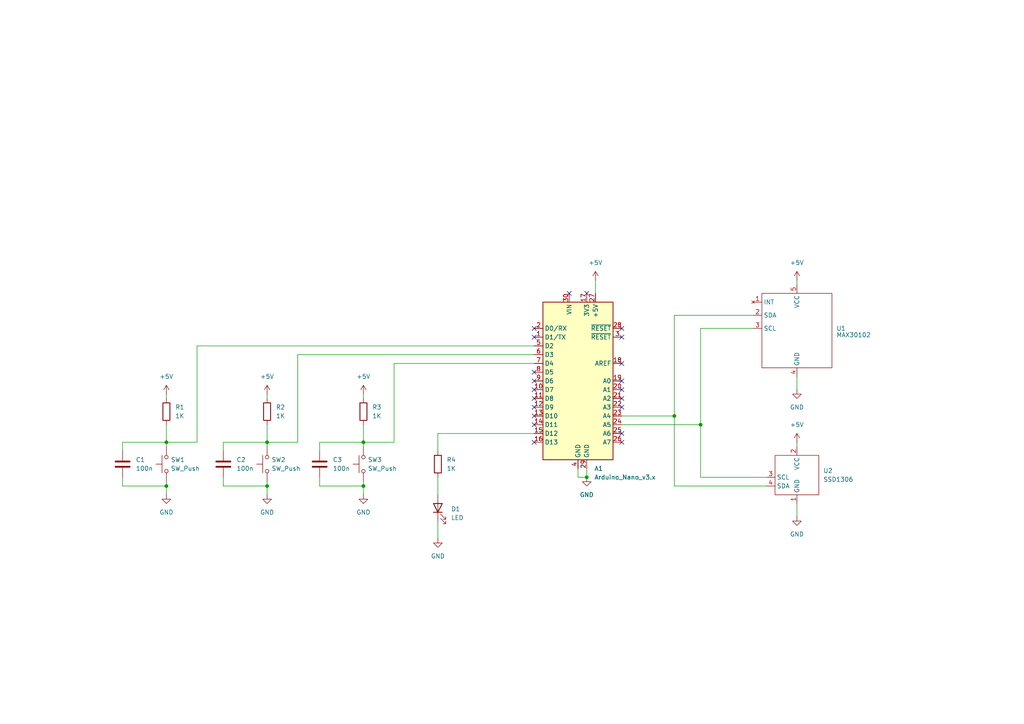
<source format=kicad_sch>
(kicad_sch (version 20231120) (generator "eeschema") (generator_version "8.0")
  (paper "A4")
  (lib_symbols
    (symbol "Device:C" (pin_numbers hide) (pin_names (offset 0.254))
      (property "Reference" "C" (at 0.635 2.54 0))
      (property "Value" "C" (at 0.635 -2.54 0))
      (symbol "C_0_1"
        (polyline (pts (xy -2.032 -0.762) (xy 2.032 -0.762)) (stroke (width 0.508)))
        (polyline (pts (xy -2.032 0.762) (xy 2.032 0.762)) (stroke (width 0.508)))
      )
      (symbol "C_1_1"
        (pin passive line (at 0 3.81 270) (length 2.794) (name "~") (number "1"))
        (pin passive line (at 0 -3.81 90) (length 2.794) (name "~") (number "2"))
      )
    )
    (symbol "Device:LED" (pin_numbers hide) (pin_names (offset 1.016) hide)
      (property "Reference" "D" (at 0 2.54 0))
      (property "Value" "LED" (at 0 -2.54 0))
      (symbol "LED_0_1"
        (polyline (pts (xy -1.27 -1.27) (xy -1.27 1.27)) (stroke (width 0.254)))
        (polyline (pts (xy -1.27 0) (xy 1.27 0)))
        (polyline (pts (xy 1.27 -1.27) (xy 1.27 1.27) (xy -1.27 0) (xy 1.27 -1.27)) (stroke (width 0.254)))
        (polyline (pts (xy -3.048 -0.762) (xy -4.572 -2.286) (xy -3.81 -2.286) (xy -4.572 -2.286) (xy -4.572 -1.524)))
        (polyline (pts (xy -1.778 -0.762) (xy -3.302 -2.286) (xy -2.54 -2.286) (xy -3.302 -2.286) (xy -3.302 -1.524)))
      )
      (symbol "LED_1_1"
        (pin passive line (at -3.81 0 0) (length 2.54) (name "K") (number "1"))
        (pin passive line (at 3.81 0 180) (length 2.54) (name "A") (number "2"))
      )
    )
    (symbol "Device:R" (pin_numbers hide) (pin_names (offset 0))
      (property "Reference" "R" (at 2.032 0 90))
      (property "Value" "R" (at 0 0 90))
      (symbol "R_0_1"
        (rectangle (start -1.016 -2.54) (end 1.016 2.54) (stroke (width 0.254)))
      )
      (symbol "R_1_1"
        (pin passive line (at 0 3.81 270) (length 1.27) (name "~") (number "1"))
        (pin passive line (at 0 -3.81 90) (length 1.27) (name "~") (number "2"))
      )
    )
    (symbol "MCU_Module:Arduino_Nano_v3.x"
      (property "Reference" "A" (at -10.16 23.495 0))
      (property "Value" "Arduino_Nano_v3.x" (at 5.08 -24.13 0))
      (symbol "Arduino_Nano_v3.x_0_1"
        (rectangle (start -10.16 22.86) (end 10.16 -22.86) (stroke (width 0.254)) (fill (type background)))
      )
      (symbol "Arduino_Nano_v3.x_1_1"
        (pin bidirectional line (at -12.7 12.7 0) (length 2.54) (name "D1/TX") (number "1"))
        (pin bidirectional line (at -12.7 -2.54 0) (length 2.54) (name "D7") (number "10"))
        (pin bidirectional line (at -12.7 -5.08 0) (length 2.54) (name "D8") (number "11"))
        (pin bidirectional line (at -12.7 -7.62 0) (length 2.54) (name "D9") (number "12"))
        (pin bidirectional line (at -12.7 -10.16 0) (length 2.54) (name "D10") (number "13"))
        (pin bidirectional line (at -12.7 -12.7 0) (length 2.54) (name "D11") (number "14"))
        (pin bidirectional line (at -12.7 -15.24 0) (length 2.54) (name "D12") (number "15"))
        (pin bidirectional line (at -12.7 -17.78 0) (length 2.54) (name "D13") (number "16"))
        (pin power_out line (at 2.54 25.4 270) (length 2.54) (name "3V3") (number "17"))
        (pin input line (at 12.7 5.08 180) (length 2.54) (name "AREF") (number "18"))
        (pin bidirectional line (at 12.7 0 180) (length 2.54) (name "A0") (number "19"))
        (pin bidirectional line (at -12.7 15.24 0) (length 2.54) (name "D0/RX") (number "2"))
        (pin bidirectional line (at 12.7 -2.54 180) (length 2.54) (name "A1") (number "20"))
        (pin bidirectional line (at 12.7 -5.08 180) (length 2.54) (name "A2") (number "21"))
        (pin bidirectional line (at 12.7 -7.62 180) (length 2.54) (name "A3") (number "22"))
        (pin bidirectional line (at 12.7 -10.16 180) (length 2.54) (name "A4") (number "23"))
        (pin bidirectional line (at 12.7 -12.7 180) (length 2.54) (name "A5") (number "24"))
        (pin bidirectional line (at 12.7 -15.24 180) (length 2.54) (name "A6") (number "25"))
        (pin bidirectional line (at 12.7 -17.78 180) (length 2.54) (name "A7") (number "26"))
        (pin power_out line (at 5.08 25.4 270) (length 2.54) (name "+5V") (number "27"))
        (pin input line (at 12.7 15.24 180) (length 2.54) (name "~{RESET}") (number "28"))
        (pin power_in line (at 2.54 -25.4 90) (length 2.54) (name "GND") (number "29"))
        (pin input line (at 12.7 12.7 180) (length 2.54) (name "~{RESET}") (number "3"))
        (pin power_in line (at -2.54 25.4 270) (length 2.54) (name "VIN") (number "30"))
        (pin power_in line (at 0 -25.4 90) (length 2.54) (name "GND") (number "4"))
        (pin bidirectional line (at -12.7 10.16 0) (length 2.54) (name "D2") (number "5"))
        (pin bidirectional line (at -12.7 7.62 0) (length 2.54) (name "D3") (number "6"))
        (pin bidirectional line (at -12.7 5.08 0) (length 2.54) (name "D4") (number "7"))
        (pin bidirectional line (at -12.7 2.54 0) (length 2.54) (name "D5") (number "8"))
        (pin bidirectional line (at -12.7 0 0) (length 2.54) (name "D6") (number "9"))
      )
    )
    (symbol "Switch:SW_Push" (pin_numbers hide) (pin_names (offset 1.016) hide)
      (property "Reference" "SW" (at 1.27 2.54 0))
      (property "Value" "SW_Push" (at 0 -1.524 0))
      (symbol "SW_Push_0_1"
        (circle (center -2.032 0) (radius 0.508))
        (polyline (pts (xy 0 1.27) (xy 0 3.048)))
        (polyline (pts (xy 2.54 1.27) (xy -2.54 1.27)))
        (circle (center 2.032 0) (radius 0.508))
        (pin passive line (at -5.08 0 0) (length 2.54) (name "1") (number "1"))
        (pin passive line (at 5.08 0 180) (length 2.54) (name "2") (number "2"))
      )
    )
    (symbol "power:+5V" (power) (pin_numbers hide) (pin_names (offset 0) hide)
      (property "Value" "+5V" (at 0 3.556 0))
      (symbol "+5V_0_1"
        (polyline (pts (xy -0.762 1.27) (xy 0 2.54)))
        (polyline (pts (xy 0 0) (xy 0 2.54)))
        (polyline (pts (xy 0 2.54) (xy 0.762 1.27)))
      )
      (symbol "+5V_1_1"
        (pin power_in line (at 0 0 90) (length 0) (name "~") (number "1"))
      )
    )
    (symbol "power:GND" (power) (pin_numbers hide) (pin_names (offset 0) hide)
      (property "Value" "GND" (at 0 -3.81 0))
      (symbol "GND_0_1"
        (polyline (pts (xy 0 0) (xy 0 -1.27) (xy 1.27 -1.27) (xy 0 -2.54) (xy -1.27 -1.27) (xy 0 -1.27)))
      )
      (symbol "GND_1_1"
        (pin power_in line (at 0 0 270) (length 0) (name "~") (number "1"))
      )
    )
    (symbol "stuff:SSD1306"
      (property "Reference" "U" (at 0 0 0))
      (property "Value" "SSD1306" (at 11.684 -0.254 0))
      (symbol "SSD1306_0_1"
        (rectangle (start -6.35 5.08) (end 6.35 -6.35))
      )
      (symbol "SSD1306_1_1"
        (pin power_in line (at 0 -8.89 90) (length 2.54) (name "GND") (number "1"))
        (pin power_in line (at 0 7.62 270) (length 2.54) (name "VCC") (number "2"))
        (pin input line (at -8.89 -1.27 0) (length 2.54) (name "SCL") (number "3"))
        (pin bidirectional line (at -8.89 -3.81 0) (length 2.54) (name "SDA") (number "4"))
      )
    )
    (symbol "stuff:max30102_module"
      (property "Reference" "U" (at 0 0 0))
      (property "Value" "MAX30102" (at 16.002 0 0))
      (symbol "max30102_module_0_1"
        (rectangle (start -10.16 10.16) (end 10.16 -11.43))
      )
      (symbol "max30102_module_1_1"
        (pin no_connect line (at -12.7 7.62 0) (length 2.54) (name "INT") (number "1"))
        (pin bidirectional line (at -12.7 3.81 0) (length 2.54) (name "SDA") (number "2"))
        (pin input line (at -12.7 0 0) (length 2.54) (name "SCL") (number "3"))
        (pin power_in line (at 0 -13.97 90) (length 2.54) (name "GND") (number "4"))
        (pin power_in line (at 0 12.7 270) (length 2.54) (name "VCC") (number "5"))
      )
    )
  )
  (junction (at 195.58 120.65))
  (junction (at 48.26 128.27))
  (junction (at 105.41 128.27))
  (junction (at 170.18 138.43))
  (junction (at 48.26 140.97))
  (junction (at 203.2 123.19))
  (junction (at 105.41 140.97))
  (junction (at 77.47 128.27))
  (junction (at 77.47 140.97))
  (no_connect (at 180.34 118.11))
  (no_connect (at 180.34 110.49))
  (no_connect (at 154.94 115.57))
  (no_connect (at 154.94 110.49))
  (no_connect (at 154.94 123.19))
  (no_connect (at 170.18 85.09))
  (no_connect (at 180.34 115.57))
  (no_connect (at 154.94 118.11))
  (no_connect (at 180.34 113.03))
  (no_connect (at 154.94 107.95))
  (no_connect (at 165.1 85.09))
  (no_connect (at 154.94 95.25))
  (no_connect (at 154.94 97.79))
  (no_connect (at 180.34 128.27))
  (no_connect (at 154.94 120.65))
  (no_connect (at 180.34 95.25))
  (no_connect (at 154.94 113.03))
  (no_connect (at 154.94 128.27))
  (no_connect (at 180.34 97.79))
  (no_connect (at 180.34 105.41))
  (no_connect (at 180.34 125.73))
  (wire (pts (xy 48.26 139.7) (xy 48.26 140.97)))
  (wire (pts (xy 105.41 139.7) (xy 105.41 140.97)))
  (wire (pts (xy 180.34 123.19) (xy 203.2 123.19)))
  (wire (pts (xy 105.41 128.27) (xy 105.41 129.54)))
  (wire (pts (xy 127 130.81) (xy 127 125.73)))
  (wire (pts (xy 105.41 114.3) (xy 105.41 115.57)))
  (wire (pts (xy 77.47 128.27) (xy 77.47 129.54)))
  (wire (pts (xy 92.71 128.27) (xy 105.41 128.27)))
  (wire (pts (xy 231.14 146.05) (xy 231.14 149.86)))
  (wire (pts (xy 77.47 140.97) (xy 77.47 143.51)))
  (wire (pts (xy 48.26 114.3) (xy 48.26 115.57)))
  (wire (pts (xy 231.14 81.28) (xy 231.14 82.55)))
  (wire (pts (xy 105.41 140.97) (xy 105.41 143.51)))
  (wire (pts (xy 57.15 100.33) (xy 154.94 100.33)))
  (wire (pts (xy 231.14 109.22) (xy 231.14 113.03)))
  (wire (pts (xy 92.71 138.43) (xy 92.71 140.97)))
  (wire (pts (xy 48.26 128.27) (xy 57.15 128.27)))
  (wire (pts (xy 127 125.73) (xy 154.94 125.73)))
  (wire (pts (xy 48.26 123.19) (xy 48.26 128.27)))
  (wire (pts (xy 170.18 135.89) (xy 170.18 138.43)))
  (wire (pts (xy 127 138.43) (xy 127 143.51)))
  (wire (pts (xy 105.41 123.19) (xy 105.41 128.27)))
  (wire (pts (xy 64.77 138.43) (xy 64.77 140.97)))
  (wire (pts (xy 86.36 128.27) (xy 86.36 102.87)))
  (wire (pts (xy 48.26 128.27) (xy 48.26 129.54)))
  (wire (pts (xy 195.58 140.97) (xy 222.25 140.97)))
  (wire (pts (xy 231.14 128.27) (xy 231.14 129.54)))
  (wire (pts (xy 172.72 81.28) (xy 172.72 85.09)))
  (wire (pts (xy 77.47 128.27) (xy 86.36 128.27)))
  (wire (pts (xy 57.15 128.27) (xy 57.15 100.33)))
  (wire (pts (xy 203.2 138.43) (xy 222.25 138.43)))
  (wire (pts (xy 203.2 95.25) (xy 203.2 123.19)))
  (wire (pts (xy 203.2 123.19) (xy 203.2 138.43)))
  (wire (pts (xy 195.58 120.65) (xy 195.58 140.97)))
  (wire (pts (xy 77.47 114.3) (xy 77.47 115.57)))
  (wire (pts (xy 35.56 130.81) (xy 35.56 128.27)))
  (wire (pts (xy 48.26 140.97) (xy 48.26 143.51)))
  (wire (pts (xy 218.44 95.25) (xy 203.2 95.25)))
  (wire (pts (xy 105.41 128.27) (xy 114.3 128.27)))
  (wire (pts (xy 92.71 140.97) (xy 105.41 140.97)))
  (wire (pts (xy 127 151.13) (xy 127 156.21)))
  (wire (pts (xy 77.47 139.7) (xy 77.47 140.97)))
  (wire (pts (xy 92.71 130.81) (xy 92.71 128.27)))
  (wire (pts (xy 35.56 140.97) (xy 48.26 140.97)))
  (wire (pts (xy 218.44 91.44) (xy 195.58 91.44)))
  (wire (pts (xy 64.77 130.81) (xy 64.77 128.27)))
  (wire (pts (xy 195.58 91.44) (xy 195.58 120.65)))
  (wire (pts (xy 35.56 128.27) (xy 48.26 128.27)))
  (wire (pts (xy 114.3 128.27) (xy 114.3 105.41)))
  (wire (pts (xy 35.56 138.43) (xy 35.56 140.97)))
  (wire (pts (xy 86.36 102.87) (xy 154.94 102.87)))
  (wire (pts (xy 64.77 128.27) (xy 77.47 128.27)))
  (wire (pts (xy 180.34 120.65) (xy 195.58 120.65)))
  (wire (pts (xy 114.3 105.41) (xy 154.94 105.41)))
  (wire (pts (xy 167.64 138.43) (xy 170.18 138.43)))
  (wire (pts (xy 77.47 123.19) (xy 77.47 128.27)))
  (wire (pts (xy 167.64 135.89) (xy 167.64 138.43)))
  (wire (pts (xy 64.77 140.97) (xy 77.47 140.97)))
  (symbol (lib_id "Device:C") (at 35.56 134.62 0) (unit 1)
    (property "Reference" "C1" (at 39.37 133.3499 0) (effects (justify left)))
    (property "Value" "100n" (at 39.37 135.8899 0) (effects (justify left)))
    (property "Footprint" "Capacitor_THT:C_Disc_D4.7mm_W2.5mm_P5.00mm" (effects (hide yes)))
    (property "Description" "Unpolarized capacitor" (effects (hide yes)))
  )
  (symbol (lib_id "Device:C") (at 64.77 134.62 0) (unit 1)
    (property "Reference" "C2" (at 68.58 133.3499 0) (effects (justify left)))
    (property "Value" "100n" (at 68.58 135.8899 0) (effects (justify left)))
    (property "Footprint" "Capacitor_THT:C_Disc_D4.7mm_W2.5mm_P5.00mm" (effects (hide yes)))
    (property "Description" "Unpolarized capacitor" (effects (hide yes)))
  )
  (symbol (lib_id "power:+5V") (at 231.14 81.28 0) (unit 1)
    (property "Reference" "#PWR012" (effects (hide yes)))
    (property "Value" "+5V" (at 231.14 76.2 0))
    (property "Description" "Power symbol creates a global label with name \"+5V\"" (effects (hide yes)))
  )
  (symbol (lib_id "power:GND") (at 48.26 143.51 0) (unit 1)
    (property "Reference" "#PWR04" (effects (hide yes)))
    (property "Value" "GND" (at 48.26 148.59 0))
    (property "Description" "Power symbol creates a global label with name \"GND\" , ground" (effects (hide yes)))
  )
  (symbol (lib_id "power:GND") (at 231.14 113.03 0) (unit 1)
    (property "Reference" "#PWR010" (effects (hide yes)))
    (property "Value" "GND" (at 231.14 118.11 0))
    (property "Description" "Power symbol creates a global label with name \"GND\" , ground" (effects (hide yes)))
  )
  (symbol (lib_id "Device:LED") (at 127 147.32 90) (unit 1)
    (property "Reference" "D1" (at 130.81 147.6374 90) (effects (justify right)))
    (property "Value" "LED" (at 130.81 150.1774 90) (effects (justify right)))
    (property "Footprint" "LED_THT:LED_D5.0mm" (effects (hide yes)))
    (property "Description" "Light emitting diode" (effects (hide yes)))
  )
  (symbol (lib_id "Device:R") (at 77.47 119.38 0) (unit 1)
    (property "Reference" "R2" (at 80.01 118.1099 0) (effects (justify left)))
    (property "Value" "1K" (at 80.01 120.6499 0) (effects (justify left)))
    (property "Footprint" "Resistor_THT:R_Axial_DIN0207_L6.3mm_D2.5mm_P7.62mm_Horizontal" (effects (hide yes)))
    (property "Description" "Resistor" (effects (hide yes)))
  )
  (symbol (lib_id "power:GND") (at 127 156.21 0) (unit 1)
    (property "Reference" "#PWR09" (effects (hide yes)))
    (property "Value" "GND" (at 127 161.29 0))
    (property "Description" "Power symbol creates a global label with name \"GND\" , ground" (effects (hide yes)))
  )
  (symbol (lib_id "power:GND") (at 77.47 143.51 0) (unit 1)
    (property "Reference" "#PWR06" (effects (hide yes)))
    (property "Value" "GND" (at 77.47 148.59 0))
    (property "Description" "Power symbol creates a global label with name \"GND\" , ground" (effects (hide yes)))
  )
  (symbol (lib_id "power:GND") (at 105.41 143.51 0) (unit 1)
    (property "Reference" "#PWR08" (effects (hide yes)))
    (property "Value" "GND" (at 105.41 148.59 0))
    (property "Description" "Power symbol creates a global label with name \"GND\" , ground" (effects (hide yes)))
  )
  (symbol (lib_id "power:+5V") (at 48.26 114.3 0) (unit 1)
    (property "Reference" "#PWR03" (effects (hide yes)))
    (property "Value" "+5V" (at 48.26 109.22 0))
    (property "Description" "Power symbol creates a global label with name \"+5V\"" (effects (hide yes)))
  )
  (symbol (lib_id "power:+5V") (at 105.41 114.3 0) (unit 1)
    (property "Reference" "#PWR07" (effects (hide yes)))
    (property "Value" "+5V" (at 105.41 109.22 0))
    (property "Description" "Power symbol creates a global label with name \"+5V\"" (effects (hide yes)))
  )
  (symbol (lib_id "MCU_Module:Arduino_Nano_v3.x") (at 167.64 110.49 0) (unit 1)
    (property "Reference" "A1" (at 172.3741 135.89 0) (effects (justify left)))
    (property "Value" "Arduino_Nano_v3.x" (at 172.3741 138.43 0) (effects (justify left)))
    (property "Footprint" "Module:Arduino_Nano" (effects (hide yes)))
    (property "Datasheet" "http://www.mouser.com/pdfdocs/Gravitech_Arduino_Nano3_0.pdf" (effects (hide yes)))
    (property "Description" "Arduino Nano v3.x" (effects (hide yes)))
  )
  (symbol (lib_id "power:+5V") (at 77.47 114.3 0) (unit 1)
    (property "Reference" "#PWR05" (effects (hide yes)))
    (property "Value" "+5V" (at 77.47 109.22 0))
    (property "Description" "Power symbol creates a global label with name \"+5V\"" (effects (hide yes)))
  )
  (symbol (lib_id "power:+5V") (at 172.72 81.28 0) (unit 1)
    (property "Reference" "#PWR01" (effects (hide yes)))
    (property "Value" "+5V" (at 172.72 76.2 0))
    (property "Description" "Power symbol creates a global label with name \"+5V\"" (effects (hide yes)))
  )
  (symbol (lib_id "stuff:SSD1306") (at 231.14 137.16 0) (unit 1)
    (property "Reference" "U2" (at 238.76 136.5249 0) (effects (justify left)))
    (property "Value" "SSD1306" (at 238.76 139.0649 0) (effects (justify left)))
    (property "Footprint" "test_stuff:SSD_1306" (effects (hide yes)))
  )
  (symbol (lib_id "power:GND") (at 170.18 138.43 0) (unit 1)
    (property "Reference" "#PWR02" (effects (hide yes)))
    (property "Value" "GND" (at 170.18 143.51 0))
    (property "Description" "Power symbol creates a global label with name \"GND\" , ground" (effects (hide yes)))
  )
  (symbol (lib_id "stuff:max30102_module") (at 231.14 95.25 0) (unit 1)
    (property "Reference" "U1" (at 242.57 95.2499 0) (effects (justify left)))
    (property "Value" "MAX30102" (at 242.57 97.155 0) (effects (justify left)))
    (property "Footprint" "test_stuff:MAX30102_MODULE" (effects (hide yes)))
  )
  (symbol (lib_id "Switch:SW_Push") (at 48.26 134.62 90) (unit 1)
    (property "Reference" "SW1" (at 49.53 133.3499 90) (effects (justify right)))
    (property "Value" "SW_Push" (at 49.53 135.8899 90) (effects (justify right)))
    (property "Footprint" "Button_Switch_THT:SW_PUSH_6mm" (effects (hide yes)))
    (property "Description" "Push button switch, generic, two pins" (effects (hide yes)))
  )
  (symbol (lib_id "Device:R") (at 105.41 119.38 0) (unit 1)
    (property "Reference" "R3" (at 107.95 118.1099 0) (effects (justify left)))
    (property "Value" "1K" (at 107.95 120.6499 0) (effects (justify left)))
    (property "Footprint" "Resistor_THT:R_Axial_DIN0207_L6.3mm_D2.5mm_P7.62mm_Horizontal" (effects (hide yes)))
    (property "Description" "Resistor" (effects (hide yes)))
  )
  (symbol (lib_id "power:GND") (at 231.14 149.86 0) (unit 1)
    (property "Reference" "#PWR011" (effects (hide yes)))
    (property "Value" "GND" (at 231.14 154.94 0))
    (property "Description" "Power symbol creates a global label with name \"GND\" , ground" (effects (hide yes)))
  )
  (symbol (lib_id "Switch:SW_Push") (at 105.41 134.62 90) (unit 1)
    (property "Reference" "SW3" (at 106.68 133.3499 90) (effects (justify right)))
    (property "Value" "SW_Push" (at 106.68 135.8899 90) (effects (justify right)))
    (property "Footprint" "Button_Switch_THT:SW_PUSH_6mm" (effects (hide yes)))
    (property "Description" "Push button switch, generic, two pins" (effects (hide yes)))
  )
  (symbol (lib_id "Switch:SW_Push") (at 77.47 134.62 90) (unit 1)
    (property "Reference" "SW2" (at 78.74 133.3499 90) (effects (justify right)))
    (property "Value" "SW_Push" (at 78.74 135.8899 90) (effects (justify right)))
    (property "Footprint" "Button_Switch_THT:SW_PUSH_6mm" (effects (hide yes)))
    (property "Description" "Push button switch, generic, two pins" (effects (hide yes)))
  )
  (symbol (lib_id "power:+5V") (at 231.14 128.27 0) (unit 1)
    (property "Reference" "#PWR013" (effects (hide yes)))
    (property "Value" "+5V" (at 231.14 123.19 0))
    (property "Description" "Power symbol creates a global label with name \"+5V\"" (effects (hide yes)))
  )
  (symbol (lib_id "Device:C") (at 92.71 134.62 0) (unit 1)
    (property "Reference" "C3" (at 96.52 133.3499 0) (effects (justify left)))
    (property "Value" "100n" (at 96.52 135.8899 0) (effects (justify left)))
    (property "Footprint" "Capacitor_THT:C_Disc_D4.7mm_W2.5mm_P5.00mm" (effects (hide yes)))
    (property "Description" "Unpolarized capacitor" (effects (hide yes)))
  )
  (symbol (lib_id "Device:R") (at 48.26 119.38 0) (unit 1)
    (property "Reference" "R1" (at 50.8 118.1099 0) (effects (justify left)))
    (property "Value" "1K" (at 50.8 120.6499 0) (effects (justify left)))
    (property "Footprint" "Resistor_THT:R_Axial_DIN0207_L6.3mm_D2.5mm_P7.62mm_Horizontal" (effects (hide yes)))
    (property "Description" "Resistor" (effects (hide yes)))
  )
  (symbol (lib_id "Device:R") (at 127 134.62 0) (unit 1)
    (property "Reference" "R4" (at 129.54 133.3499 0) (effects (justify left)))
    (property "Value" "1K" (at 129.54 135.8899 0) (effects (justify left)))
    (property "Footprint" "Resistor_THT:R_Axial_DIN0207_L6.3mm_D2.5mm_P7.62mm_Horizontal" (effects (hide yes)))
    (property "Description" "Resistor" (effects (hide yes)))
  )
)
</source>
